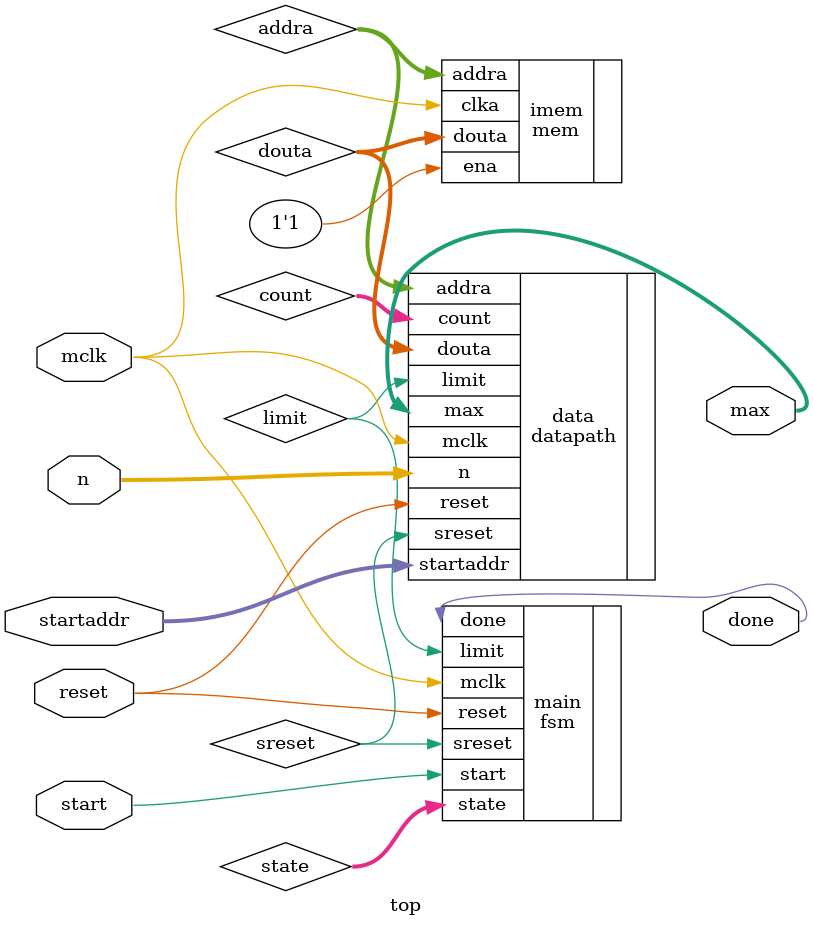
<source format=v>
`timescale 1ns / 1ps


module top(input mclk, input reset, input start, input [7:0] n,
           input [15:0] startaddr, output done, output [15:0] max);

wire [15:0] douta;
wire [7:0] addra;
wire [7:0] count;
wire sreset, limit;
wire [2:0] state;


// Instantiate HERE the fsm module
fsm main(
    .mclk(mclk), 
    .reset(reset), 
    .start(start), 
    .done(done),
    .sreset(sreset),
    .limit(limit),
    .state(state)
    );

// Instantiate HERE the datapath module
datapath data(
     .mclk(mclk), 
     .reset(reset), 
     .startaddr(startaddr), 
     .n(n), 
     .max(max), 
     .addra(addra), 
     .douta(douta),
     .count(count),
     .limit(limit),
     .sreset(sreset)
     );

//the memory module(CREATED FOR YOU) is instanced as follows:
mem imem (
	.clka(mclk),
	.ena(1'b1), // read 
	.addra(addra), // memory address 
	.douta(douta)); // data out 

//always @(posedge mclk)
//begin
//#500;
//done = 1;
//end

endmodule

</source>
